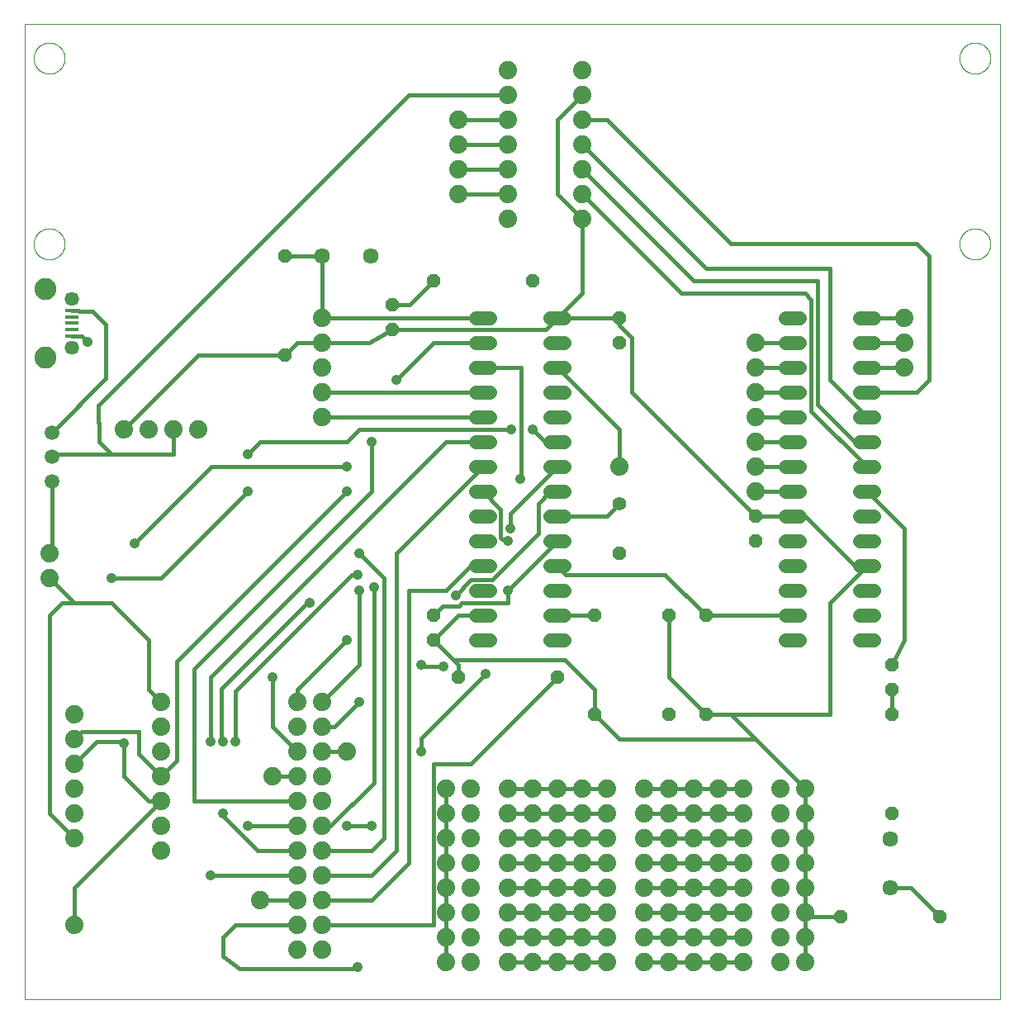
<source format=gtl>
G75*
%MOIN*%
%OFA0B0*%
%FSLAX25Y25*%
%IPPOS*%
%LPD*%
%AMOC8*
5,1,8,0,0,1.08239X$1,22.5*
%
%ADD10C,0.00000*%
%ADD11C,0.05600*%
%ADD12R,0.05315X0.01575*%
%ADD13C,0.05746*%
%ADD14C,0.08858*%
%ADD15C,0.07400*%
%ADD16C,0.05943*%
%ADD17OC8,0.05600*%
%ADD18C,0.06337*%
%ADD19C,0.05600*%
%ADD20C,0.01600*%
%ADD21C,0.04165*%
D10*
X0091250Y0001800D02*
X0091250Y0395501D01*
X0484951Y0395501D01*
X0484951Y0001800D01*
X0091250Y0001800D01*
X0095000Y0306800D02*
X0095002Y0306958D01*
X0095008Y0307115D01*
X0095018Y0307273D01*
X0095032Y0307430D01*
X0095050Y0307586D01*
X0095071Y0307743D01*
X0095097Y0307898D01*
X0095127Y0308053D01*
X0095160Y0308207D01*
X0095198Y0308360D01*
X0095239Y0308513D01*
X0095284Y0308664D01*
X0095333Y0308814D01*
X0095386Y0308962D01*
X0095442Y0309110D01*
X0095503Y0309255D01*
X0095566Y0309400D01*
X0095634Y0309542D01*
X0095705Y0309683D01*
X0095779Y0309822D01*
X0095857Y0309959D01*
X0095939Y0310094D01*
X0096023Y0310227D01*
X0096112Y0310358D01*
X0096203Y0310486D01*
X0096298Y0310613D01*
X0096395Y0310736D01*
X0096496Y0310858D01*
X0096600Y0310976D01*
X0096707Y0311092D01*
X0096817Y0311205D01*
X0096929Y0311316D01*
X0097045Y0311423D01*
X0097163Y0311528D01*
X0097283Y0311630D01*
X0097406Y0311728D01*
X0097532Y0311824D01*
X0097660Y0311916D01*
X0097790Y0312005D01*
X0097922Y0312091D01*
X0098057Y0312173D01*
X0098194Y0312252D01*
X0098332Y0312327D01*
X0098472Y0312399D01*
X0098615Y0312467D01*
X0098758Y0312532D01*
X0098904Y0312593D01*
X0099051Y0312650D01*
X0099199Y0312704D01*
X0099349Y0312754D01*
X0099499Y0312800D01*
X0099651Y0312842D01*
X0099804Y0312881D01*
X0099958Y0312915D01*
X0100113Y0312946D01*
X0100268Y0312972D01*
X0100424Y0312995D01*
X0100581Y0313014D01*
X0100738Y0313029D01*
X0100895Y0313040D01*
X0101053Y0313047D01*
X0101211Y0313050D01*
X0101368Y0313049D01*
X0101526Y0313044D01*
X0101683Y0313035D01*
X0101841Y0313022D01*
X0101997Y0313005D01*
X0102154Y0312984D01*
X0102309Y0312960D01*
X0102464Y0312931D01*
X0102619Y0312898D01*
X0102772Y0312862D01*
X0102925Y0312821D01*
X0103076Y0312777D01*
X0103226Y0312729D01*
X0103375Y0312678D01*
X0103523Y0312622D01*
X0103669Y0312563D01*
X0103814Y0312500D01*
X0103957Y0312433D01*
X0104098Y0312363D01*
X0104237Y0312290D01*
X0104375Y0312213D01*
X0104511Y0312132D01*
X0104644Y0312048D01*
X0104775Y0311961D01*
X0104904Y0311870D01*
X0105031Y0311776D01*
X0105156Y0311679D01*
X0105277Y0311579D01*
X0105397Y0311476D01*
X0105513Y0311370D01*
X0105627Y0311261D01*
X0105739Y0311149D01*
X0105847Y0311035D01*
X0105952Y0310917D01*
X0106055Y0310797D01*
X0106154Y0310675D01*
X0106250Y0310550D01*
X0106343Y0310422D01*
X0106433Y0310293D01*
X0106519Y0310161D01*
X0106603Y0310027D01*
X0106682Y0309891D01*
X0106759Y0309753D01*
X0106831Y0309613D01*
X0106900Y0309471D01*
X0106966Y0309328D01*
X0107028Y0309183D01*
X0107086Y0309036D01*
X0107141Y0308888D01*
X0107192Y0308739D01*
X0107239Y0308588D01*
X0107282Y0308437D01*
X0107321Y0308284D01*
X0107357Y0308130D01*
X0107388Y0307976D01*
X0107416Y0307821D01*
X0107440Y0307665D01*
X0107460Y0307508D01*
X0107476Y0307351D01*
X0107488Y0307194D01*
X0107496Y0307037D01*
X0107500Y0306879D01*
X0107500Y0306721D01*
X0107496Y0306563D01*
X0107488Y0306406D01*
X0107476Y0306249D01*
X0107460Y0306092D01*
X0107440Y0305935D01*
X0107416Y0305779D01*
X0107388Y0305624D01*
X0107357Y0305470D01*
X0107321Y0305316D01*
X0107282Y0305163D01*
X0107239Y0305012D01*
X0107192Y0304861D01*
X0107141Y0304712D01*
X0107086Y0304564D01*
X0107028Y0304417D01*
X0106966Y0304272D01*
X0106900Y0304129D01*
X0106831Y0303987D01*
X0106759Y0303847D01*
X0106682Y0303709D01*
X0106603Y0303573D01*
X0106519Y0303439D01*
X0106433Y0303307D01*
X0106343Y0303178D01*
X0106250Y0303050D01*
X0106154Y0302925D01*
X0106055Y0302803D01*
X0105952Y0302683D01*
X0105847Y0302565D01*
X0105739Y0302451D01*
X0105627Y0302339D01*
X0105513Y0302230D01*
X0105397Y0302124D01*
X0105277Y0302021D01*
X0105156Y0301921D01*
X0105031Y0301824D01*
X0104904Y0301730D01*
X0104775Y0301639D01*
X0104644Y0301552D01*
X0104511Y0301468D01*
X0104375Y0301387D01*
X0104237Y0301310D01*
X0104098Y0301237D01*
X0103957Y0301167D01*
X0103814Y0301100D01*
X0103669Y0301037D01*
X0103523Y0300978D01*
X0103375Y0300922D01*
X0103226Y0300871D01*
X0103076Y0300823D01*
X0102925Y0300779D01*
X0102772Y0300738D01*
X0102619Y0300702D01*
X0102464Y0300669D01*
X0102309Y0300640D01*
X0102154Y0300616D01*
X0101997Y0300595D01*
X0101841Y0300578D01*
X0101683Y0300565D01*
X0101526Y0300556D01*
X0101368Y0300551D01*
X0101211Y0300550D01*
X0101053Y0300553D01*
X0100895Y0300560D01*
X0100738Y0300571D01*
X0100581Y0300586D01*
X0100424Y0300605D01*
X0100268Y0300628D01*
X0100113Y0300654D01*
X0099958Y0300685D01*
X0099804Y0300719D01*
X0099651Y0300758D01*
X0099499Y0300800D01*
X0099349Y0300846D01*
X0099199Y0300896D01*
X0099051Y0300950D01*
X0098904Y0301007D01*
X0098758Y0301068D01*
X0098615Y0301133D01*
X0098472Y0301201D01*
X0098332Y0301273D01*
X0098194Y0301348D01*
X0098057Y0301427D01*
X0097922Y0301509D01*
X0097790Y0301595D01*
X0097660Y0301684D01*
X0097532Y0301776D01*
X0097406Y0301872D01*
X0097283Y0301970D01*
X0097163Y0302072D01*
X0097045Y0302177D01*
X0096929Y0302284D01*
X0096817Y0302395D01*
X0096707Y0302508D01*
X0096600Y0302624D01*
X0096496Y0302742D01*
X0096395Y0302864D01*
X0096298Y0302987D01*
X0096203Y0303114D01*
X0096112Y0303242D01*
X0096023Y0303373D01*
X0095939Y0303506D01*
X0095857Y0303641D01*
X0095779Y0303778D01*
X0095705Y0303917D01*
X0095634Y0304058D01*
X0095566Y0304200D01*
X0095503Y0304345D01*
X0095442Y0304490D01*
X0095386Y0304638D01*
X0095333Y0304786D01*
X0095284Y0304936D01*
X0095239Y0305087D01*
X0095198Y0305240D01*
X0095160Y0305393D01*
X0095127Y0305547D01*
X0095097Y0305702D01*
X0095071Y0305857D01*
X0095050Y0306014D01*
X0095032Y0306170D01*
X0095018Y0306327D01*
X0095008Y0306485D01*
X0095002Y0306642D01*
X0095000Y0306800D01*
X0095000Y0381800D02*
X0095002Y0381958D01*
X0095008Y0382115D01*
X0095018Y0382273D01*
X0095032Y0382430D01*
X0095050Y0382586D01*
X0095071Y0382743D01*
X0095097Y0382898D01*
X0095127Y0383053D01*
X0095160Y0383207D01*
X0095198Y0383360D01*
X0095239Y0383513D01*
X0095284Y0383664D01*
X0095333Y0383814D01*
X0095386Y0383962D01*
X0095442Y0384110D01*
X0095503Y0384255D01*
X0095566Y0384400D01*
X0095634Y0384542D01*
X0095705Y0384683D01*
X0095779Y0384822D01*
X0095857Y0384959D01*
X0095939Y0385094D01*
X0096023Y0385227D01*
X0096112Y0385358D01*
X0096203Y0385486D01*
X0096298Y0385613D01*
X0096395Y0385736D01*
X0096496Y0385858D01*
X0096600Y0385976D01*
X0096707Y0386092D01*
X0096817Y0386205D01*
X0096929Y0386316D01*
X0097045Y0386423D01*
X0097163Y0386528D01*
X0097283Y0386630D01*
X0097406Y0386728D01*
X0097532Y0386824D01*
X0097660Y0386916D01*
X0097790Y0387005D01*
X0097922Y0387091D01*
X0098057Y0387173D01*
X0098194Y0387252D01*
X0098332Y0387327D01*
X0098472Y0387399D01*
X0098615Y0387467D01*
X0098758Y0387532D01*
X0098904Y0387593D01*
X0099051Y0387650D01*
X0099199Y0387704D01*
X0099349Y0387754D01*
X0099499Y0387800D01*
X0099651Y0387842D01*
X0099804Y0387881D01*
X0099958Y0387915D01*
X0100113Y0387946D01*
X0100268Y0387972D01*
X0100424Y0387995D01*
X0100581Y0388014D01*
X0100738Y0388029D01*
X0100895Y0388040D01*
X0101053Y0388047D01*
X0101211Y0388050D01*
X0101368Y0388049D01*
X0101526Y0388044D01*
X0101683Y0388035D01*
X0101841Y0388022D01*
X0101997Y0388005D01*
X0102154Y0387984D01*
X0102309Y0387960D01*
X0102464Y0387931D01*
X0102619Y0387898D01*
X0102772Y0387862D01*
X0102925Y0387821D01*
X0103076Y0387777D01*
X0103226Y0387729D01*
X0103375Y0387678D01*
X0103523Y0387622D01*
X0103669Y0387563D01*
X0103814Y0387500D01*
X0103957Y0387433D01*
X0104098Y0387363D01*
X0104237Y0387290D01*
X0104375Y0387213D01*
X0104511Y0387132D01*
X0104644Y0387048D01*
X0104775Y0386961D01*
X0104904Y0386870D01*
X0105031Y0386776D01*
X0105156Y0386679D01*
X0105277Y0386579D01*
X0105397Y0386476D01*
X0105513Y0386370D01*
X0105627Y0386261D01*
X0105739Y0386149D01*
X0105847Y0386035D01*
X0105952Y0385917D01*
X0106055Y0385797D01*
X0106154Y0385675D01*
X0106250Y0385550D01*
X0106343Y0385422D01*
X0106433Y0385293D01*
X0106519Y0385161D01*
X0106603Y0385027D01*
X0106682Y0384891D01*
X0106759Y0384753D01*
X0106831Y0384613D01*
X0106900Y0384471D01*
X0106966Y0384328D01*
X0107028Y0384183D01*
X0107086Y0384036D01*
X0107141Y0383888D01*
X0107192Y0383739D01*
X0107239Y0383588D01*
X0107282Y0383437D01*
X0107321Y0383284D01*
X0107357Y0383130D01*
X0107388Y0382976D01*
X0107416Y0382821D01*
X0107440Y0382665D01*
X0107460Y0382508D01*
X0107476Y0382351D01*
X0107488Y0382194D01*
X0107496Y0382037D01*
X0107500Y0381879D01*
X0107500Y0381721D01*
X0107496Y0381563D01*
X0107488Y0381406D01*
X0107476Y0381249D01*
X0107460Y0381092D01*
X0107440Y0380935D01*
X0107416Y0380779D01*
X0107388Y0380624D01*
X0107357Y0380470D01*
X0107321Y0380316D01*
X0107282Y0380163D01*
X0107239Y0380012D01*
X0107192Y0379861D01*
X0107141Y0379712D01*
X0107086Y0379564D01*
X0107028Y0379417D01*
X0106966Y0379272D01*
X0106900Y0379129D01*
X0106831Y0378987D01*
X0106759Y0378847D01*
X0106682Y0378709D01*
X0106603Y0378573D01*
X0106519Y0378439D01*
X0106433Y0378307D01*
X0106343Y0378178D01*
X0106250Y0378050D01*
X0106154Y0377925D01*
X0106055Y0377803D01*
X0105952Y0377683D01*
X0105847Y0377565D01*
X0105739Y0377451D01*
X0105627Y0377339D01*
X0105513Y0377230D01*
X0105397Y0377124D01*
X0105277Y0377021D01*
X0105156Y0376921D01*
X0105031Y0376824D01*
X0104904Y0376730D01*
X0104775Y0376639D01*
X0104644Y0376552D01*
X0104511Y0376468D01*
X0104375Y0376387D01*
X0104237Y0376310D01*
X0104098Y0376237D01*
X0103957Y0376167D01*
X0103814Y0376100D01*
X0103669Y0376037D01*
X0103523Y0375978D01*
X0103375Y0375922D01*
X0103226Y0375871D01*
X0103076Y0375823D01*
X0102925Y0375779D01*
X0102772Y0375738D01*
X0102619Y0375702D01*
X0102464Y0375669D01*
X0102309Y0375640D01*
X0102154Y0375616D01*
X0101997Y0375595D01*
X0101841Y0375578D01*
X0101683Y0375565D01*
X0101526Y0375556D01*
X0101368Y0375551D01*
X0101211Y0375550D01*
X0101053Y0375553D01*
X0100895Y0375560D01*
X0100738Y0375571D01*
X0100581Y0375586D01*
X0100424Y0375605D01*
X0100268Y0375628D01*
X0100113Y0375654D01*
X0099958Y0375685D01*
X0099804Y0375719D01*
X0099651Y0375758D01*
X0099499Y0375800D01*
X0099349Y0375846D01*
X0099199Y0375896D01*
X0099051Y0375950D01*
X0098904Y0376007D01*
X0098758Y0376068D01*
X0098615Y0376133D01*
X0098472Y0376201D01*
X0098332Y0376273D01*
X0098194Y0376348D01*
X0098057Y0376427D01*
X0097922Y0376509D01*
X0097790Y0376595D01*
X0097660Y0376684D01*
X0097532Y0376776D01*
X0097406Y0376872D01*
X0097283Y0376970D01*
X0097163Y0377072D01*
X0097045Y0377177D01*
X0096929Y0377284D01*
X0096817Y0377395D01*
X0096707Y0377508D01*
X0096600Y0377624D01*
X0096496Y0377742D01*
X0096395Y0377864D01*
X0096298Y0377987D01*
X0096203Y0378114D01*
X0096112Y0378242D01*
X0096023Y0378373D01*
X0095939Y0378506D01*
X0095857Y0378641D01*
X0095779Y0378778D01*
X0095705Y0378917D01*
X0095634Y0379058D01*
X0095566Y0379200D01*
X0095503Y0379345D01*
X0095442Y0379490D01*
X0095386Y0379638D01*
X0095333Y0379786D01*
X0095284Y0379936D01*
X0095239Y0380087D01*
X0095198Y0380240D01*
X0095160Y0380393D01*
X0095127Y0380547D01*
X0095097Y0380702D01*
X0095071Y0380857D01*
X0095050Y0381014D01*
X0095032Y0381170D01*
X0095018Y0381327D01*
X0095008Y0381485D01*
X0095002Y0381642D01*
X0095000Y0381800D01*
X0468700Y0381800D02*
X0468702Y0381958D01*
X0468708Y0382115D01*
X0468718Y0382273D01*
X0468732Y0382430D01*
X0468750Y0382586D01*
X0468771Y0382743D01*
X0468797Y0382898D01*
X0468827Y0383053D01*
X0468860Y0383207D01*
X0468898Y0383360D01*
X0468939Y0383513D01*
X0468984Y0383664D01*
X0469033Y0383814D01*
X0469086Y0383962D01*
X0469142Y0384110D01*
X0469203Y0384255D01*
X0469266Y0384400D01*
X0469334Y0384542D01*
X0469405Y0384683D01*
X0469479Y0384822D01*
X0469557Y0384959D01*
X0469639Y0385094D01*
X0469723Y0385227D01*
X0469812Y0385358D01*
X0469903Y0385486D01*
X0469998Y0385613D01*
X0470095Y0385736D01*
X0470196Y0385858D01*
X0470300Y0385976D01*
X0470407Y0386092D01*
X0470517Y0386205D01*
X0470629Y0386316D01*
X0470745Y0386423D01*
X0470863Y0386528D01*
X0470983Y0386630D01*
X0471106Y0386728D01*
X0471232Y0386824D01*
X0471360Y0386916D01*
X0471490Y0387005D01*
X0471622Y0387091D01*
X0471757Y0387173D01*
X0471894Y0387252D01*
X0472032Y0387327D01*
X0472172Y0387399D01*
X0472315Y0387467D01*
X0472458Y0387532D01*
X0472604Y0387593D01*
X0472751Y0387650D01*
X0472899Y0387704D01*
X0473049Y0387754D01*
X0473199Y0387800D01*
X0473351Y0387842D01*
X0473504Y0387881D01*
X0473658Y0387915D01*
X0473813Y0387946D01*
X0473968Y0387972D01*
X0474124Y0387995D01*
X0474281Y0388014D01*
X0474438Y0388029D01*
X0474595Y0388040D01*
X0474753Y0388047D01*
X0474911Y0388050D01*
X0475068Y0388049D01*
X0475226Y0388044D01*
X0475383Y0388035D01*
X0475541Y0388022D01*
X0475697Y0388005D01*
X0475854Y0387984D01*
X0476009Y0387960D01*
X0476164Y0387931D01*
X0476319Y0387898D01*
X0476472Y0387862D01*
X0476625Y0387821D01*
X0476776Y0387777D01*
X0476926Y0387729D01*
X0477075Y0387678D01*
X0477223Y0387622D01*
X0477369Y0387563D01*
X0477514Y0387500D01*
X0477657Y0387433D01*
X0477798Y0387363D01*
X0477937Y0387290D01*
X0478075Y0387213D01*
X0478211Y0387132D01*
X0478344Y0387048D01*
X0478475Y0386961D01*
X0478604Y0386870D01*
X0478731Y0386776D01*
X0478856Y0386679D01*
X0478977Y0386579D01*
X0479097Y0386476D01*
X0479213Y0386370D01*
X0479327Y0386261D01*
X0479439Y0386149D01*
X0479547Y0386035D01*
X0479652Y0385917D01*
X0479755Y0385797D01*
X0479854Y0385675D01*
X0479950Y0385550D01*
X0480043Y0385422D01*
X0480133Y0385293D01*
X0480219Y0385161D01*
X0480303Y0385027D01*
X0480382Y0384891D01*
X0480459Y0384753D01*
X0480531Y0384613D01*
X0480600Y0384471D01*
X0480666Y0384328D01*
X0480728Y0384183D01*
X0480786Y0384036D01*
X0480841Y0383888D01*
X0480892Y0383739D01*
X0480939Y0383588D01*
X0480982Y0383437D01*
X0481021Y0383284D01*
X0481057Y0383130D01*
X0481088Y0382976D01*
X0481116Y0382821D01*
X0481140Y0382665D01*
X0481160Y0382508D01*
X0481176Y0382351D01*
X0481188Y0382194D01*
X0481196Y0382037D01*
X0481200Y0381879D01*
X0481200Y0381721D01*
X0481196Y0381563D01*
X0481188Y0381406D01*
X0481176Y0381249D01*
X0481160Y0381092D01*
X0481140Y0380935D01*
X0481116Y0380779D01*
X0481088Y0380624D01*
X0481057Y0380470D01*
X0481021Y0380316D01*
X0480982Y0380163D01*
X0480939Y0380012D01*
X0480892Y0379861D01*
X0480841Y0379712D01*
X0480786Y0379564D01*
X0480728Y0379417D01*
X0480666Y0379272D01*
X0480600Y0379129D01*
X0480531Y0378987D01*
X0480459Y0378847D01*
X0480382Y0378709D01*
X0480303Y0378573D01*
X0480219Y0378439D01*
X0480133Y0378307D01*
X0480043Y0378178D01*
X0479950Y0378050D01*
X0479854Y0377925D01*
X0479755Y0377803D01*
X0479652Y0377683D01*
X0479547Y0377565D01*
X0479439Y0377451D01*
X0479327Y0377339D01*
X0479213Y0377230D01*
X0479097Y0377124D01*
X0478977Y0377021D01*
X0478856Y0376921D01*
X0478731Y0376824D01*
X0478604Y0376730D01*
X0478475Y0376639D01*
X0478344Y0376552D01*
X0478211Y0376468D01*
X0478075Y0376387D01*
X0477937Y0376310D01*
X0477798Y0376237D01*
X0477657Y0376167D01*
X0477514Y0376100D01*
X0477369Y0376037D01*
X0477223Y0375978D01*
X0477075Y0375922D01*
X0476926Y0375871D01*
X0476776Y0375823D01*
X0476625Y0375779D01*
X0476472Y0375738D01*
X0476319Y0375702D01*
X0476164Y0375669D01*
X0476009Y0375640D01*
X0475854Y0375616D01*
X0475697Y0375595D01*
X0475541Y0375578D01*
X0475383Y0375565D01*
X0475226Y0375556D01*
X0475068Y0375551D01*
X0474911Y0375550D01*
X0474753Y0375553D01*
X0474595Y0375560D01*
X0474438Y0375571D01*
X0474281Y0375586D01*
X0474124Y0375605D01*
X0473968Y0375628D01*
X0473813Y0375654D01*
X0473658Y0375685D01*
X0473504Y0375719D01*
X0473351Y0375758D01*
X0473199Y0375800D01*
X0473049Y0375846D01*
X0472899Y0375896D01*
X0472751Y0375950D01*
X0472604Y0376007D01*
X0472458Y0376068D01*
X0472315Y0376133D01*
X0472172Y0376201D01*
X0472032Y0376273D01*
X0471894Y0376348D01*
X0471757Y0376427D01*
X0471622Y0376509D01*
X0471490Y0376595D01*
X0471360Y0376684D01*
X0471232Y0376776D01*
X0471106Y0376872D01*
X0470983Y0376970D01*
X0470863Y0377072D01*
X0470745Y0377177D01*
X0470629Y0377284D01*
X0470517Y0377395D01*
X0470407Y0377508D01*
X0470300Y0377624D01*
X0470196Y0377742D01*
X0470095Y0377864D01*
X0469998Y0377987D01*
X0469903Y0378114D01*
X0469812Y0378242D01*
X0469723Y0378373D01*
X0469639Y0378506D01*
X0469557Y0378641D01*
X0469479Y0378778D01*
X0469405Y0378917D01*
X0469334Y0379058D01*
X0469266Y0379200D01*
X0469203Y0379345D01*
X0469142Y0379490D01*
X0469086Y0379638D01*
X0469033Y0379786D01*
X0468984Y0379936D01*
X0468939Y0380087D01*
X0468898Y0380240D01*
X0468860Y0380393D01*
X0468827Y0380547D01*
X0468797Y0380702D01*
X0468771Y0380857D01*
X0468750Y0381014D01*
X0468732Y0381170D01*
X0468718Y0381327D01*
X0468708Y0381485D01*
X0468702Y0381642D01*
X0468700Y0381800D01*
X0468700Y0306800D02*
X0468702Y0306958D01*
X0468708Y0307115D01*
X0468718Y0307273D01*
X0468732Y0307430D01*
X0468750Y0307586D01*
X0468771Y0307743D01*
X0468797Y0307898D01*
X0468827Y0308053D01*
X0468860Y0308207D01*
X0468898Y0308360D01*
X0468939Y0308513D01*
X0468984Y0308664D01*
X0469033Y0308814D01*
X0469086Y0308962D01*
X0469142Y0309110D01*
X0469203Y0309255D01*
X0469266Y0309400D01*
X0469334Y0309542D01*
X0469405Y0309683D01*
X0469479Y0309822D01*
X0469557Y0309959D01*
X0469639Y0310094D01*
X0469723Y0310227D01*
X0469812Y0310358D01*
X0469903Y0310486D01*
X0469998Y0310613D01*
X0470095Y0310736D01*
X0470196Y0310858D01*
X0470300Y0310976D01*
X0470407Y0311092D01*
X0470517Y0311205D01*
X0470629Y0311316D01*
X0470745Y0311423D01*
X0470863Y0311528D01*
X0470983Y0311630D01*
X0471106Y0311728D01*
X0471232Y0311824D01*
X0471360Y0311916D01*
X0471490Y0312005D01*
X0471622Y0312091D01*
X0471757Y0312173D01*
X0471894Y0312252D01*
X0472032Y0312327D01*
X0472172Y0312399D01*
X0472315Y0312467D01*
X0472458Y0312532D01*
X0472604Y0312593D01*
X0472751Y0312650D01*
X0472899Y0312704D01*
X0473049Y0312754D01*
X0473199Y0312800D01*
X0473351Y0312842D01*
X0473504Y0312881D01*
X0473658Y0312915D01*
X0473813Y0312946D01*
X0473968Y0312972D01*
X0474124Y0312995D01*
X0474281Y0313014D01*
X0474438Y0313029D01*
X0474595Y0313040D01*
X0474753Y0313047D01*
X0474911Y0313050D01*
X0475068Y0313049D01*
X0475226Y0313044D01*
X0475383Y0313035D01*
X0475541Y0313022D01*
X0475697Y0313005D01*
X0475854Y0312984D01*
X0476009Y0312960D01*
X0476164Y0312931D01*
X0476319Y0312898D01*
X0476472Y0312862D01*
X0476625Y0312821D01*
X0476776Y0312777D01*
X0476926Y0312729D01*
X0477075Y0312678D01*
X0477223Y0312622D01*
X0477369Y0312563D01*
X0477514Y0312500D01*
X0477657Y0312433D01*
X0477798Y0312363D01*
X0477937Y0312290D01*
X0478075Y0312213D01*
X0478211Y0312132D01*
X0478344Y0312048D01*
X0478475Y0311961D01*
X0478604Y0311870D01*
X0478731Y0311776D01*
X0478856Y0311679D01*
X0478977Y0311579D01*
X0479097Y0311476D01*
X0479213Y0311370D01*
X0479327Y0311261D01*
X0479439Y0311149D01*
X0479547Y0311035D01*
X0479652Y0310917D01*
X0479755Y0310797D01*
X0479854Y0310675D01*
X0479950Y0310550D01*
X0480043Y0310422D01*
X0480133Y0310293D01*
X0480219Y0310161D01*
X0480303Y0310027D01*
X0480382Y0309891D01*
X0480459Y0309753D01*
X0480531Y0309613D01*
X0480600Y0309471D01*
X0480666Y0309328D01*
X0480728Y0309183D01*
X0480786Y0309036D01*
X0480841Y0308888D01*
X0480892Y0308739D01*
X0480939Y0308588D01*
X0480982Y0308437D01*
X0481021Y0308284D01*
X0481057Y0308130D01*
X0481088Y0307976D01*
X0481116Y0307821D01*
X0481140Y0307665D01*
X0481160Y0307508D01*
X0481176Y0307351D01*
X0481188Y0307194D01*
X0481196Y0307037D01*
X0481200Y0306879D01*
X0481200Y0306721D01*
X0481196Y0306563D01*
X0481188Y0306406D01*
X0481176Y0306249D01*
X0481160Y0306092D01*
X0481140Y0305935D01*
X0481116Y0305779D01*
X0481088Y0305624D01*
X0481057Y0305470D01*
X0481021Y0305316D01*
X0480982Y0305163D01*
X0480939Y0305012D01*
X0480892Y0304861D01*
X0480841Y0304712D01*
X0480786Y0304564D01*
X0480728Y0304417D01*
X0480666Y0304272D01*
X0480600Y0304129D01*
X0480531Y0303987D01*
X0480459Y0303847D01*
X0480382Y0303709D01*
X0480303Y0303573D01*
X0480219Y0303439D01*
X0480133Y0303307D01*
X0480043Y0303178D01*
X0479950Y0303050D01*
X0479854Y0302925D01*
X0479755Y0302803D01*
X0479652Y0302683D01*
X0479547Y0302565D01*
X0479439Y0302451D01*
X0479327Y0302339D01*
X0479213Y0302230D01*
X0479097Y0302124D01*
X0478977Y0302021D01*
X0478856Y0301921D01*
X0478731Y0301824D01*
X0478604Y0301730D01*
X0478475Y0301639D01*
X0478344Y0301552D01*
X0478211Y0301468D01*
X0478075Y0301387D01*
X0477937Y0301310D01*
X0477798Y0301237D01*
X0477657Y0301167D01*
X0477514Y0301100D01*
X0477369Y0301037D01*
X0477223Y0300978D01*
X0477075Y0300922D01*
X0476926Y0300871D01*
X0476776Y0300823D01*
X0476625Y0300779D01*
X0476472Y0300738D01*
X0476319Y0300702D01*
X0476164Y0300669D01*
X0476009Y0300640D01*
X0475854Y0300616D01*
X0475697Y0300595D01*
X0475541Y0300578D01*
X0475383Y0300565D01*
X0475226Y0300556D01*
X0475068Y0300551D01*
X0474911Y0300550D01*
X0474753Y0300553D01*
X0474595Y0300560D01*
X0474438Y0300571D01*
X0474281Y0300586D01*
X0474124Y0300605D01*
X0473968Y0300628D01*
X0473813Y0300654D01*
X0473658Y0300685D01*
X0473504Y0300719D01*
X0473351Y0300758D01*
X0473199Y0300800D01*
X0473049Y0300846D01*
X0472899Y0300896D01*
X0472751Y0300950D01*
X0472604Y0301007D01*
X0472458Y0301068D01*
X0472315Y0301133D01*
X0472172Y0301201D01*
X0472032Y0301273D01*
X0471894Y0301348D01*
X0471757Y0301427D01*
X0471622Y0301509D01*
X0471490Y0301595D01*
X0471360Y0301684D01*
X0471232Y0301776D01*
X0471106Y0301872D01*
X0470983Y0301970D01*
X0470863Y0302072D01*
X0470745Y0302177D01*
X0470629Y0302284D01*
X0470517Y0302395D01*
X0470407Y0302508D01*
X0470300Y0302624D01*
X0470196Y0302742D01*
X0470095Y0302864D01*
X0469998Y0302987D01*
X0469903Y0303114D01*
X0469812Y0303242D01*
X0469723Y0303373D01*
X0469639Y0303506D01*
X0469557Y0303641D01*
X0469479Y0303778D01*
X0469405Y0303917D01*
X0469334Y0304058D01*
X0469266Y0304200D01*
X0469203Y0304345D01*
X0469142Y0304490D01*
X0469086Y0304638D01*
X0469033Y0304786D01*
X0468984Y0304936D01*
X0468939Y0305087D01*
X0468898Y0305240D01*
X0468860Y0305393D01*
X0468827Y0305547D01*
X0468797Y0305702D01*
X0468771Y0305857D01*
X0468750Y0306014D01*
X0468732Y0306170D01*
X0468718Y0306327D01*
X0468708Y0306485D01*
X0468702Y0306642D01*
X0468700Y0306800D01*
D11*
X0434050Y0276800D02*
X0428450Y0276800D01*
X0428450Y0266800D02*
X0434050Y0266800D01*
X0434050Y0256800D02*
X0428450Y0256800D01*
X0428450Y0246800D02*
X0434050Y0246800D01*
X0434050Y0236800D02*
X0428450Y0236800D01*
X0428450Y0226800D02*
X0434050Y0226800D01*
X0434050Y0216800D02*
X0428450Y0216800D01*
X0428450Y0206800D02*
X0434050Y0206800D01*
X0434050Y0196800D02*
X0428450Y0196800D01*
X0428450Y0186800D02*
X0434050Y0186800D01*
X0434050Y0176800D02*
X0428450Y0176800D01*
X0428450Y0166800D02*
X0434050Y0166800D01*
X0434050Y0156800D02*
X0428450Y0156800D01*
X0428450Y0146800D02*
X0434050Y0146800D01*
X0404050Y0146800D02*
X0398450Y0146800D01*
X0398450Y0156800D02*
X0404050Y0156800D01*
X0404050Y0166800D02*
X0398450Y0166800D01*
X0398450Y0176800D02*
X0404050Y0176800D01*
X0404050Y0186800D02*
X0398450Y0186800D01*
X0398450Y0196800D02*
X0404050Y0196800D01*
X0404050Y0206800D02*
X0398450Y0206800D01*
X0398450Y0216800D02*
X0404050Y0216800D01*
X0404050Y0226800D02*
X0398450Y0226800D01*
X0398450Y0236800D02*
X0404050Y0236800D01*
X0404050Y0246800D02*
X0398450Y0246800D01*
X0398450Y0256800D02*
X0404050Y0256800D01*
X0404050Y0266800D02*
X0398450Y0266800D01*
X0398450Y0276800D02*
X0404050Y0276800D01*
X0309050Y0276800D02*
X0303450Y0276800D01*
X0303450Y0266800D02*
X0309050Y0266800D01*
X0309050Y0256800D02*
X0303450Y0256800D01*
X0303450Y0246800D02*
X0309050Y0246800D01*
X0309050Y0236800D02*
X0303450Y0236800D01*
X0303450Y0226800D02*
X0309050Y0226800D01*
X0309050Y0216800D02*
X0303450Y0216800D01*
X0303450Y0206800D02*
X0309050Y0206800D01*
X0309050Y0196800D02*
X0303450Y0196800D01*
X0303450Y0186800D02*
X0309050Y0186800D01*
X0309050Y0176800D02*
X0303450Y0176800D01*
X0303450Y0166800D02*
X0309050Y0166800D01*
X0309050Y0156800D02*
X0303450Y0156800D01*
X0303450Y0146800D02*
X0309050Y0146800D01*
X0279050Y0146800D02*
X0273450Y0146800D01*
X0273450Y0156800D02*
X0279050Y0156800D01*
X0279050Y0166800D02*
X0273450Y0166800D01*
X0273450Y0176800D02*
X0279050Y0176800D01*
X0279050Y0186800D02*
X0273450Y0186800D01*
X0273450Y0196800D02*
X0279050Y0196800D01*
X0279050Y0206800D02*
X0273450Y0206800D01*
X0273450Y0216800D02*
X0279050Y0216800D01*
X0279050Y0226800D02*
X0273450Y0226800D01*
X0273450Y0236800D02*
X0279050Y0236800D01*
X0279050Y0246800D02*
X0273450Y0246800D01*
X0273450Y0256800D02*
X0279050Y0256800D01*
X0279050Y0266800D02*
X0273450Y0266800D01*
X0273450Y0276800D02*
X0279050Y0276800D01*
D12*
X0110380Y0277359D03*
X0110380Y0274800D03*
X0110380Y0272241D03*
X0110380Y0269682D03*
X0110380Y0279918D03*
D13*
X0110380Y0284643D03*
X0110380Y0264957D03*
D14*
X0099750Y0261020D03*
X0099750Y0288580D03*
D15*
X0131250Y0231800D03*
X0141250Y0231800D03*
X0151250Y0231800D03*
X0161250Y0231800D03*
X0211250Y0236800D03*
X0211250Y0246800D03*
X0211250Y0256800D03*
X0211250Y0266800D03*
X0211250Y0276800D03*
X0266250Y0326800D03*
X0266250Y0336800D03*
X0266250Y0346800D03*
X0266250Y0356800D03*
X0286250Y0356800D03*
X0286250Y0346800D03*
X0286250Y0336800D03*
X0286250Y0326800D03*
X0286250Y0316800D03*
X0316250Y0316800D03*
X0316250Y0326800D03*
X0316250Y0336800D03*
X0316250Y0346800D03*
X0316250Y0356800D03*
X0316250Y0366800D03*
X0316250Y0376800D03*
X0286250Y0376800D03*
X0286250Y0366800D03*
X0386250Y0266800D03*
X0386250Y0256800D03*
X0386250Y0246800D03*
X0386250Y0236800D03*
X0386250Y0226800D03*
X0386250Y0216800D03*
X0386250Y0206800D03*
X0331250Y0216800D03*
X0446250Y0256800D03*
X0446250Y0266800D03*
X0446250Y0276800D03*
X0221250Y0101800D03*
X0211250Y0101800D03*
X0211250Y0091800D03*
X0201250Y0091800D03*
X0201250Y0101800D03*
X0191250Y0091800D03*
X0201250Y0081800D03*
X0201250Y0071800D03*
X0211250Y0071800D03*
X0211250Y0081800D03*
X0211250Y0061800D03*
X0201250Y0061800D03*
X0201250Y0051800D03*
X0201250Y0041800D03*
X0211250Y0041800D03*
X0211250Y0051800D03*
X0211250Y0031800D03*
X0211250Y0021800D03*
X0201250Y0021800D03*
X0201250Y0031800D03*
X0186250Y0041800D03*
X0146250Y0061800D03*
X0146250Y0071800D03*
X0146250Y0081800D03*
X0146250Y0091800D03*
X0146250Y0101800D03*
X0146250Y0111800D03*
X0146250Y0121800D03*
X0111250Y0116800D03*
X0111250Y0106800D03*
X0111250Y0096800D03*
X0111250Y0086800D03*
X0111250Y0076800D03*
X0111250Y0066800D03*
X0111250Y0031800D03*
X0201250Y0111800D03*
X0201250Y0121800D03*
X0211250Y0121800D03*
X0211250Y0111800D03*
X0261250Y0086800D03*
X0261250Y0076800D03*
X0271250Y0076800D03*
X0271250Y0086800D03*
X0286250Y0086800D03*
X0286250Y0076800D03*
X0296250Y0076800D03*
X0296250Y0086800D03*
X0306250Y0086800D03*
X0306250Y0076800D03*
X0316250Y0076800D03*
X0316250Y0086800D03*
X0326250Y0086800D03*
X0326250Y0076800D03*
X0326250Y0066800D03*
X0326250Y0056800D03*
X0316250Y0056800D03*
X0316250Y0066800D03*
X0306250Y0066800D03*
X0306250Y0056800D03*
X0296250Y0056800D03*
X0296250Y0066800D03*
X0286250Y0066800D03*
X0286250Y0056800D03*
X0286250Y0046800D03*
X0286250Y0036800D03*
X0296250Y0036800D03*
X0296250Y0046800D03*
X0306250Y0046800D03*
X0306250Y0036800D03*
X0316250Y0036800D03*
X0316250Y0046800D03*
X0326250Y0046800D03*
X0326250Y0036800D03*
X0326250Y0026800D03*
X0326250Y0016800D03*
X0316250Y0016800D03*
X0316250Y0026800D03*
X0306250Y0026800D03*
X0306250Y0016800D03*
X0296250Y0016800D03*
X0296250Y0026800D03*
X0286250Y0026800D03*
X0286250Y0016800D03*
X0271250Y0016800D03*
X0271250Y0026800D03*
X0261250Y0026800D03*
X0261250Y0016800D03*
X0261250Y0036800D03*
X0261250Y0046800D03*
X0271250Y0046800D03*
X0271250Y0036800D03*
X0271250Y0056800D03*
X0271250Y0066800D03*
X0261250Y0066800D03*
X0261250Y0056800D03*
X0341250Y0056800D03*
X0341250Y0066800D03*
X0351250Y0066800D03*
X0351250Y0056800D03*
X0351250Y0046800D03*
X0351250Y0036800D03*
X0341250Y0036800D03*
X0341250Y0046800D03*
X0341250Y0026800D03*
X0341250Y0016800D03*
X0351250Y0016800D03*
X0351250Y0026800D03*
X0361250Y0026800D03*
X0361250Y0016800D03*
X0371250Y0016800D03*
X0371250Y0026800D03*
X0381250Y0026800D03*
X0381250Y0016800D03*
X0396250Y0016800D03*
X0396250Y0026800D03*
X0406250Y0026800D03*
X0406250Y0016800D03*
X0406250Y0036800D03*
X0406250Y0046800D03*
X0396250Y0046800D03*
X0396250Y0036800D03*
X0381250Y0036800D03*
X0381250Y0046800D03*
X0371250Y0046800D03*
X0371250Y0036800D03*
X0361250Y0036800D03*
X0361250Y0046800D03*
X0361250Y0056800D03*
X0361250Y0066800D03*
X0371250Y0066800D03*
X0371250Y0056800D03*
X0381250Y0056800D03*
X0381250Y0066800D03*
X0381250Y0076800D03*
X0381250Y0086800D03*
X0371250Y0086800D03*
X0371250Y0076800D03*
X0361250Y0076800D03*
X0361250Y0086800D03*
X0351250Y0086800D03*
X0351250Y0076800D03*
X0341250Y0076800D03*
X0341250Y0086800D03*
X0396250Y0086800D03*
X0396250Y0076800D03*
X0406250Y0076800D03*
X0406250Y0086800D03*
X0406250Y0066800D03*
X0406250Y0056800D03*
X0396250Y0056800D03*
X0396250Y0066800D03*
X0101250Y0171800D03*
X0101250Y0181800D03*
D16*
X0102250Y0210957D03*
X0102250Y0220800D03*
X0102250Y0230643D03*
D17*
X0196250Y0261800D03*
X0239750Y0272300D03*
X0239750Y0282300D03*
X0256250Y0291800D03*
X0296250Y0291800D03*
X0331250Y0276800D03*
X0331250Y0266800D03*
X0386250Y0196800D03*
X0386250Y0186800D03*
X0366250Y0156800D03*
X0351250Y0156800D03*
X0321250Y0156800D03*
X0331250Y0181800D03*
X0306250Y0131800D03*
X0321250Y0116800D03*
X0351250Y0116800D03*
X0366250Y0116800D03*
X0441250Y0116800D03*
X0441250Y0126800D03*
X0441250Y0136800D03*
X0441250Y0076800D03*
X0460750Y0035300D03*
X0420750Y0035300D03*
X0266250Y0131800D03*
X0256250Y0146800D03*
X0256250Y0156800D03*
X0196250Y0301800D03*
D18*
X0211407Y0301800D03*
X0231093Y0301800D03*
X0440750Y0066643D03*
X0440750Y0046957D03*
D19*
X0331250Y0201800D03*
D20*
X0326250Y0196800D01*
X0306250Y0196800D01*
X0298650Y0201957D02*
X0298650Y0189943D01*
X0280007Y0171300D01*
X0271493Y0171300D01*
X0265250Y0165057D01*
X0265250Y0164800D01*
X0267901Y0161800D02*
X0286250Y0161800D01*
X0286250Y0166800D01*
X0306250Y0186800D01*
X0306250Y0176800D02*
X0309750Y0173300D01*
X0349750Y0173300D01*
X0366250Y0156800D01*
X0401250Y0156800D01*
X0416250Y0161800D02*
X0416250Y0116800D01*
X0366250Y0116800D01*
X0376250Y0116800D01*
X0386250Y0106800D01*
X0331250Y0106800D01*
X0321250Y0116800D01*
X0321250Y0126800D01*
X0309250Y0138800D01*
X0264250Y0138800D01*
X0266250Y0136800D01*
X0266250Y0131800D01*
X0264250Y0138800D02*
X0256250Y0146800D01*
X0266250Y0156800D01*
X0276250Y0156800D01*
X0267901Y0161800D02*
X0266612Y0160511D01*
X0259961Y0160511D01*
X0256250Y0156800D01*
X0261250Y0166800D02*
X0246250Y0166800D01*
X0246250Y0056800D01*
X0231250Y0041800D01*
X0211250Y0041800D01*
X0211250Y0051800D02*
X0231250Y0051800D01*
X0241250Y0061800D01*
X0241250Y0181800D01*
X0276250Y0216800D01*
X0276250Y0226800D02*
X0261250Y0226800D01*
X0166250Y0131800D01*
X0166250Y0105800D01*
X0170750Y0106300D02*
X0171250Y0105800D01*
X0170750Y0106300D02*
X0170750Y0127300D01*
X0205250Y0161800D01*
X0206250Y0161800D01*
X0223250Y0173300D02*
X0225750Y0173300D01*
X0223250Y0173300D02*
X0176250Y0126300D01*
X0176250Y0105800D01*
X0191250Y0111800D02*
X0201250Y0101800D01*
X0201250Y0091800D02*
X0191250Y0091800D01*
X0201250Y0081800D02*
X0159750Y0081800D01*
X0159750Y0135300D01*
X0231250Y0206800D01*
X0231250Y0226800D01*
X0226250Y0231800D02*
X0287750Y0231800D01*
X0296250Y0231800D02*
X0301250Y0226800D01*
X0306250Y0226800D01*
X0306250Y0216800D02*
X0287250Y0197800D01*
X0287250Y0191800D01*
X0283450Y0188449D02*
X0285099Y0186800D01*
X0286250Y0186800D01*
X0283450Y0188449D02*
X0283450Y0199600D01*
X0276250Y0206800D01*
X0291250Y0211800D02*
X0291750Y0212300D01*
X0291750Y0256800D01*
X0276250Y0256800D01*
X0276250Y0266800D02*
X0256250Y0266800D01*
X0241250Y0251800D01*
X0230250Y0266800D02*
X0239750Y0272300D01*
X0301750Y0272300D01*
X0306250Y0276800D01*
X0316250Y0286800D01*
X0316250Y0316800D01*
X0306250Y0326800D01*
X0306250Y0356800D01*
X0316250Y0366800D01*
X0316250Y0356800D02*
X0326250Y0356800D01*
X0376250Y0306800D01*
X0451250Y0306800D01*
X0456250Y0301800D01*
X0456250Y0251800D01*
X0451250Y0246800D01*
X0431250Y0246800D01*
X0431250Y0236800D02*
X0416250Y0251800D01*
X0416250Y0296800D01*
X0366250Y0296800D01*
X0316250Y0346800D01*
X0316250Y0336800D02*
X0361250Y0291800D01*
X0411250Y0291800D01*
X0411250Y0241800D01*
X0426250Y0226800D01*
X0431250Y0226800D01*
X0431250Y0216800D02*
X0408850Y0239200D01*
X0408850Y0284200D01*
X0406250Y0286800D01*
X0356250Y0286800D01*
X0316250Y0326800D01*
X0286250Y0326800D02*
X0266250Y0326800D01*
X0266250Y0336800D02*
X0286250Y0336800D01*
X0286250Y0346800D02*
X0266250Y0346800D01*
X0266250Y0356800D02*
X0286250Y0356800D01*
X0286250Y0366800D02*
X0246250Y0366800D01*
X0121150Y0241700D01*
X0121150Y0234687D01*
X0121250Y0234587D01*
X0121250Y0226800D01*
X0126250Y0221800D01*
X0103250Y0221800D01*
X0102250Y0220800D01*
X0102250Y0230643D02*
X0124139Y0252531D01*
X0124139Y0274308D01*
X0118700Y0279746D01*
X0113304Y0279746D01*
X0113132Y0279918D01*
X0110380Y0279918D01*
X0110380Y0269682D02*
X0114368Y0269682D01*
X0116750Y0267300D01*
X0131250Y0231800D02*
X0161250Y0261800D01*
X0196250Y0261800D01*
X0201250Y0266800D01*
X0211250Y0266800D01*
X0230250Y0266800D01*
X0239750Y0282300D02*
X0246750Y0282300D01*
X0256250Y0291800D01*
X0276250Y0276800D02*
X0211250Y0276800D01*
X0211250Y0301643D01*
X0211407Y0301800D01*
X0196250Y0301800D01*
X0211250Y0246800D02*
X0276250Y0246800D01*
X0276250Y0236800D02*
X0211250Y0236800D01*
X0221250Y0226800D02*
X0226250Y0231800D01*
X0221250Y0226800D02*
X0186250Y0226800D01*
X0181250Y0221800D01*
X0166750Y0216800D02*
X0135750Y0185800D01*
X0126250Y0171800D02*
X0146250Y0171800D01*
X0181250Y0206800D01*
X0166750Y0216800D02*
X0221250Y0216800D01*
X0221250Y0206800D02*
X0152850Y0138400D01*
X0152850Y0098400D01*
X0146250Y0091800D01*
X0137250Y0100800D01*
X0137250Y0109800D01*
X0114250Y0109800D01*
X0111250Y0106800D01*
X0120250Y0105800D02*
X0111250Y0096800D01*
X0120250Y0105800D02*
X0130750Y0105800D01*
X0131250Y0105300D01*
X0131250Y0091800D01*
X0141250Y0081800D01*
X0146250Y0081800D01*
X0111250Y0046800D01*
X0111250Y0031800D01*
X0111250Y0066800D02*
X0101250Y0076800D01*
X0101250Y0156800D01*
X0106250Y0161800D01*
X0111250Y0161800D01*
X0126250Y0161800D01*
X0141250Y0146800D01*
X0141250Y0126800D01*
X0146250Y0121800D01*
X0191250Y0131800D02*
X0191250Y0111800D01*
X0201250Y0121800D02*
X0201250Y0126800D01*
X0221250Y0146800D01*
X0226250Y0136800D02*
X0226250Y0166800D01*
X0232250Y0168300D02*
X0232250Y0089300D01*
X0214750Y0071800D01*
X0211250Y0071800D01*
X0201250Y0071800D02*
X0181250Y0071800D01*
X0171250Y0075800D02*
X0171250Y0076800D01*
X0171250Y0075800D02*
X0185250Y0061800D01*
X0201250Y0061800D01*
X0211250Y0061800D02*
X0231250Y0061800D01*
X0236250Y0066800D01*
X0236250Y0171800D01*
X0226250Y0181800D01*
X0261250Y0166800D02*
X0271250Y0176800D01*
X0276250Y0176800D01*
X0298650Y0201957D02*
X0303493Y0206800D01*
X0306250Y0206800D01*
X0331250Y0216800D02*
X0331250Y0231800D01*
X0306250Y0256800D01*
X0306250Y0276800D02*
X0331250Y0276800D01*
X0331250Y0273957D01*
X0336250Y0268957D01*
X0336250Y0246800D01*
X0386250Y0196800D01*
X0401250Y0196800D01*
X0406250Y0196800D01*
X0426250Y0176800D01*
X0431250Y0176800D01*
X0416250Y0161800D01*
X0446250Y0146800D02*
X0441250Y0136800D01*
X0446250Y0146800D02*
X0446250Y0191800D01*
X0431250Y0206800D01*
X0401250Y0206800D02*
X0386250Y0206800D01*
X0386250Y0216800D02*
X0401250Y0216800D01*
X0401250Y0226800D02*
X0386250Y0226800D01*
X0386250Y0236800D02*
X0401250Y0236800D01*
X0401250Y0246800D02*
X0386250Y0246800D01*
X0386250Y0256800D02*
X0401250Y0256800D01*
X0401250Y0266800D02*
X0386250Y0266800D01*
X0431250Y0266800D02*
X0446250Y0266800D01*
X0446250Y0256800D02*
X0431250Y0256800D01*
X0431250Y0276800D02*
X0446250Y0276800D01*
X0351250Y0156800D02*
X0351250Y0131800D01*
X0366250Y0116800D01*
X0386250Y0106800D02*
X0406250Y0086800D01*
X0406250Y0076800D01*
X0406250Y0066800D01*
X0406250Y0056800D01*
X0406250Y0046800D01*
X0406250Y0036800D01*
X0406250Y0026800D01*
X0406250Y0016800D01*
X0407750Y0035300D02*
X0406250Y0036800D01*
X0407750Y0035300D02*
X0420750Y0035300D01*
X0440750Y0046957D02*
X0449093Y0046957D01*
X0460750Y0035300D01*
X0381250Y0036800D02*
X0371250Y0036800D01*
X0361250Y0036800D01*
X0351250Y0036800D01*
X0341250Y0036800D01*
X0341250Y0046800D02*
X0351250Y0046800D01*
X0361250Y0046800D01*
X0371250Y0046800D01*
X0381250Y0046800D01*
X0381250Y0056800D02*
X0371250Y0056800D01*
X0361250Y0056800D01*
X0351250Y0056800D01*
X0341250Y0056800D01*
X0341250Y0066800D02*
X0351250Y0066800D01*
X0361250Y0066800D01*
X0371250Y0066800D01*
X0381250Y0066800D01*
X0381250Y0076800D02*
X0371250Y0076800D01*
X0361250Y0076800D01*
X0351250Y0076800D01*
X0341250Y0076800D01*
X0341250Y0086800D02*
X0351250Y0086800D01*
X0361250Y0086800D01*
X0371250Y0086800D01*
X0381250Y0086800D01*
X0326250Y0086800D02*
X0316250Y0086800D01*
X0306250Y0086800D01*
X0296250Y0086800D01*
X0286250Y0086800D01*
X0286250Y0076800D02*
X0296250Y0076800D01*
X0306250Y0076800D01*
X0316250Y0076800D01*
X0326250Y0076800D01*
X0326250Y0066800D02*
X0316250Y0066800D01*
X0306250Y0066800D01*
X0296250Y0066800D01*
X0286250Y0066800D01*
X0286250Y0056800D02*
X0296250Y0056800D01*
X0306250Y0056800D01*
X0316250Y0056800D01*
X0326250Y0056800D01*
X0326250Y0046800D02*
X0316250Y0046800D01*
X0306250Y0046800D01*
X0296250Y0046800D01*
X0286250Y0046800D01*
X0286250Y0036800D02*
X0296250Y0036800D01*
X0306250Y0036800D01*
X0316250Y0036800D01*
X0326250Y0036800D01*
X0326250Y0026800D02*
X0316250Y0026800D01*
X0306250Y0026800D01*
X0296250Y0026800D01*
X0286250Y0026800D01*
X0286250Y0016800D02*
X0296250Y0016800D01*
X0306250Y0016800D01*
X0316250Y0016800D01*
X0326250Y0016800D01*
X0341250Y0016800D02*
X0351250Y0016800D01*
X0361250Y0016800D01*
X0371250Y0016800D01*
X0381250Y0016800D01*
X0381250Y0026800D02*
X0371250Y0026800D01*
X0361250Y0026800D01*
X0351250Y0026800D01*
X0341250Y0026800D01*
X0261250Y0026800D02*
X0261250Y0016800D01*
X0261250Y0026800D02*
X0261250Y0036800D01*
X0261250Y0046800D01*
X0261250Y0056800D01*
X0261250Y0076800D01*
X0261250Y0066800D01*
X0261250Y0076800D02*
X0261250Y0086800D01*
X0256250Y0096800D02*
X0256250Y0031800D01*
X0211250Y0031800D01*
X0201250Y0031800D02*
X0176250Y0031800D01*
X0171250Y0026800D01*
X0171250Y0019300D01*
X0177917Y0014300D01*
X0225250Y0014300D01*
X0225750Y0014800D01*
X0201250Y0041800D02*
X0186250Y0041800D01*
X0201250Y0051800D02*
X0166250Y0051800D01*
X0221250Y0071800D02*
X0231250Y0071800D01*
X0256250Y0096800D02*
X0271250Y0096800D01*
X0306250Y0131800D01*
X0306250Y0156800D02*
X0321250Y0156800D01*
X0277250Y0133300D02*
X0251250Y0107300D01*
X0251250Y0101800D01*
X0226250Y0121800D02*
X0216250Y0111800D01*
X0211250Y0111800D01*
X0211250Y0121800D02*
X0226250Y0136800D01*
X0251250Y0136800D02*
X0251750Y0136300D01*
X0260250Y0136300D01*
X0221250Y0101800D02*
X0211250Y0101800D01*
X0111250Y0161800D02*
X0101250Y0171800D01*
X0101250Y0181800D02*
X0102250Y0182800D01*
X0102250Y0210957D01*
X0126250Y0221800D02*
X0151250Y0221800D01*
X0151250Y0231800D01*
X0441250Y0126800D02*
X0441250Y0116800D01*
D21*
X0296250Y0231800D03*
X0287750Y0231800D03*
X0291250Y0211800D03*
X0287250Y0191800D03*
X0286250Y0186800D03*
X0286250Y0166800D03*
X0265250Y0164800D03*
X0260250Y0136300D03*
X0251250Y0136800D03*
X0277250Y0133300D03*
X0251250Y0101800D03*
X0226250Y0121800D03*
X0221250Y0146800D03*
X0206250Y0161800D03*
X0226250Y0166800D03*
X0232250Y0168300D03*
X0225750Y0173300D03*
X0226250Y0181800D03*
X0221250Y0206800D03*
X0221250Y0216800D03*
X0231250Y0226800D03*
X0241250Y0251800D03*
X0181250Y0221800D03*
X0181250Y0206800D03*
X0135750Y0185800D03*
X0126250Y0171800D03*
X0191250Y0131800D03*
X0176250Y0105800D03*
X0171250Y0105800D03*
X0166250Y0105800D03*
X0171250Y0076800D03*
X0181250Y0071800D03*
X0166250Y0051800D03*
X0221250Y0071800D03*
X0231250Y0071800D03*
X0225750Y0014800D03*
X0131250Y0105300D03*
X0116750Y0267300D03*
M02*

</source>
